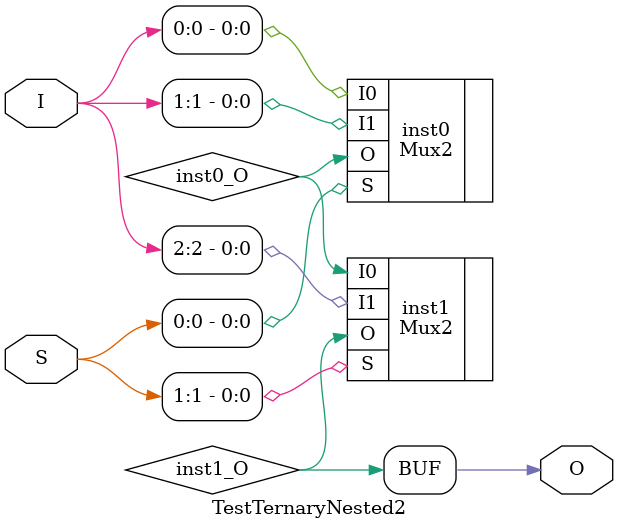
<source format=v>
module TestTernaryNested2 (input [2:0] I, input [1:0] S, output  O);
wire  inst0_O;
wire  inst1_O;
Mux2 inst0 (.I0(I[0]), .I1(I[1]), .S(S[0]), .O(inst0_O));
Mux2 inst1 (.I0(inst0_O), .I1(I[2]), .S(S[1]), .O(inst1_O));
assign O = inst1_O;
endmodule


</source>
